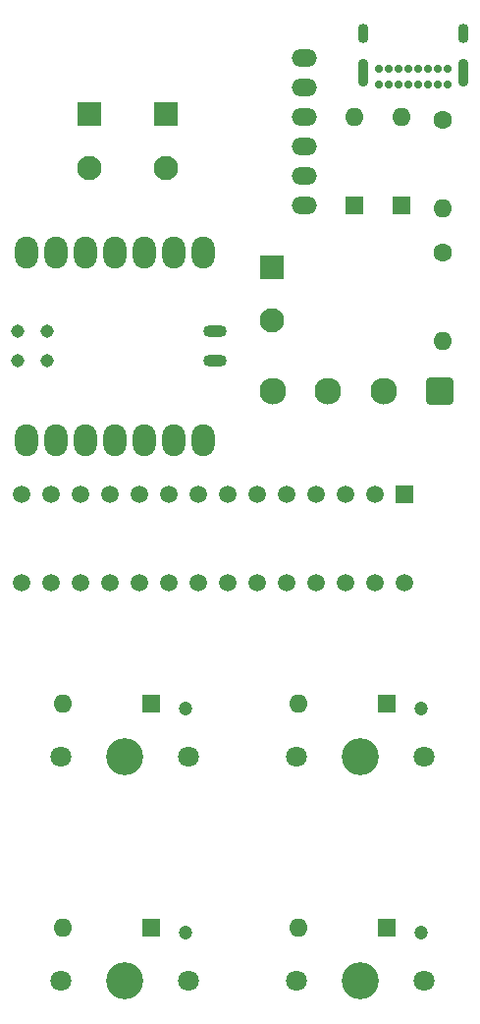
<source format=gbr>
%TF.GenerationSoftware,KiCad,Pcbnew,(6.0.1)*%
%TF.CreationDate,2022-02-25T19:27:25-05:00*%
%TF.ProjectId,InductorSchem,496e6475-6374-46f7-9253-6368656d2e6b,1*%
%TF.SameCoordinates,Original*%
%TF.FileFunction,Soldermask,Top*%
%TF.FilePolarity,Negative*%
%FSLAX46Y46*%
G04 Gerber Fmt 4.6, Leading zero omitted, Abs format (unit mm)*
G04 Created by KiCad (PCBNEW (6.0.1)) date 2022-02-25 19:27:25*
%MOMM*%
%LPD*%
G01*
G04 APERTURE LIST*
G04 Aperture macros list*
%AMRoundRect*
0 Rectangle with rounded corners*
0 $1 Rounding radius*
0 $2 $3 $4 $5 $6 $7 $8 $9 X,Y pos of 4 corners*
0 Add a 4 corners polygon primitive as box body*
4,1,4,$2,$3,$4,$5,$6,$7,$8,$9,$2,$3,0*
0 Add four circle primitives for the rounded corners*
1,1,$1+$1,$2,$3*
1,1,$1+$1,$4,$5*
1,1,$1+$1,$6,$7*
1,1,$1+$1,$8,$9*
0 Add four rect primitives between the rounded corners*
20,1,$1+$1,$2,$3,$4,$5,0*
20,1,$1+$1,$4,$5,$6,$7,0*
20,1,$1+$1,$6,$7,$8,$9,0*
20,1,$1+$1,$8,$9,$2,$3,0*%
G04 Aperture macros list end*
%ADD10R,1.498600X1.498600*%
%ADD11C,1.498600*%
%ADD12R,1.600000X1.600000*%
%ADD13O,1.600000X1.600000*%
%ADD14C,0.700000*%
%ADD15O,0.900000X2.400000*%
%ADD16O,0.900000X1.700000*%
%ADD17RoundRect,0.250001X-0.799999X0.799999X-0.799999X-0.799999X0.799999X-0.799999X0.799999X0.799999X0*%
%ADD18C,2.100000*%
%ADD19C,1.600000*%
%ADD20O,1.998980X2.748280*%
%ADD21O,2.032000X1.016000*%
%ADD22C,1.143000*%
%ADD23C,3.200000*%
%ADD24C,1.800000*%
%ADD25C,1.200000*%
%ADD26RoundRect,0.250001X0.899999X0.899999X-0.899999X0.899999X-0.899999X-0.899999X0.899999X-0.899999X0*%
%ADD27C,2.300000*%
%ADD28O,2.200000X1.500000*%
G04 APERTURE END LIST*
D10*
%TO.C,U3*%
X156718000Y-96266000D03*
D11*
X154178000Y-96266000D03*
X151638000Y-96266000D03*
X149098000Y-96266000D03*
X146558000Y-96266000D03*
X144018000Y-96266000D03*
X141478000Y-96266000D03*
X138938000Y-96266000D03*
X136398000Y-96266000D03*
X133858000Y-96266000D03*
X131318000Y-96266000D03*
X128778000Y-96266000D03*
X126238000Y-96266000D03*
X123698000Y-96266000D03*
X123698000Y-103886000D03*
X126238000Y-103886000D03*
X128778000Y-103886000D03*
X131318000Y-103886000D03*
X133858000Y-103886000D03*
X136398000Y-103886000D03*
X138938000Y-103886000D03*
X141478000Y-103886000D03*
X144018000Y-103886000D03*
X146558000Y-103886000D03*
X149098000Y-103886000D03*
X151638000Y-103886000D03*
X154178000Y-103886000D03*
X156718000Y-103886000D03*
%TD*%
D12*
%TO.C,D6*%
X155194000Y-133604000D03*
D13*
X147574000Y-133604000D03*
%TD*%
D12*
%TO.C,D5*%
X155194000Y-114300000D03*
D13*
X147574000Y-114300000D03*
%TD*%
D12*
%TO.C,D4*%
X134874000Y-133604000D03*
D13*
X127254000Y-133604000D03*
%TD*%
D12*
%TO.C,D3*%
X134874000Y-114300000D03*
D13*
X127254000Y-114300000D03*
%TD*%
D14*
%TO.C,J1*%
X160455000Y-60921000D03*
X159605000Y-60921000D03*
X158755000Y-60921000D03*
X157905000Y-60921000D03*
X157055000Y-60921000D03*
X156205000Y-60921000D03*
X155355000Y-60921000D03*
X154505000Y-60921000D03*
X154505000Y-59571000D03*
X155355000Y-59571000D03*
X156205000Y-59571000D03*
X157055000Y-59571000D03*
X157905000Y-59571000D03*
X158755000Y-59571000D03*
X159605000Y-59571000D03*
X160455000Y-59571000D03*
D15*
X153155000Y-59941000D03*
D16*
X153155000Y-56561000D03*
X161805000Y-56561000D03*
D15*
X161805000Y-59941000D03*
%TD*%
D13*
%TO.C,D1*%
X152400000Y-63754000D03*
D12*
X152400000Y-71374000D03*
%TD*%
D17*
%TO.C,J3*%
X129540000Y-63500000D03*
D18*
X129540000Y-68100000D03*
%TD*%
D19*
%TO.C,R2*%
X160020000Y-75438000D03*
D13*
X160020000Y-83058000D03*
%TD*%
D20*
%TO.C,U1*%
X124064490Y-91601290D03*
X126604490Y-91601290D03*
X129144490Y-91601290D03*
X131684490Y-91601290D03*
X134224490Y-91601290D03*
X136764490Y-91601290D03*
X139304490Y-91601290D03*
X139304490Y-75436730D03*
X136764490Y-75436730D03*
X134224490Y-75436730D03*
X131684490Y-75436730D03*
X129144490Y-75436730D03*
X126604490Y-75436730D03*
X124064490Y-75436730D03*
D21*
X140382310Y-84734410D03*
X140382310Y-82184410D03*
D22*
X123378123Y-84735607D03*
X123378123Y-82195607D03*
X125918123Y-84735607D03*
X125918123Y-82195607D03*
%TD*%
D13*
%TO.C,D2*%
X156464000Y-63754000D03*
D12*
X156464000Y-71374000D03*
%TD*%
D23*
%TO.C,SW4*%
X152908000Y-138176000D03*
D24*
X147408000Y-138176000D03*
X158408000Y-138176000D03*
D25*
X158128000Y-133976000D03*
%TD*%
D17*
%TO.C,J4*%
X145288000Y-76680000D03*
D18*
X145288000Y-81280000D03*
%TD*%
%TO.C,J2*%
X136144000Y-68100000D03*
D17*
X136144000Y-63500000D03*
%TD*%
D26*
%TO.C,J5*%
X159740000Y-87376000D03*
D27*
X154940000Y-87376000D03*
X150140000Y-87376000D03*
X145340000Y-87376000D03*
%TD*%
D25*
%TO.C,SW3*%
X137808000Y-133976000D03*
D23*
X132588000Y-138176000D03*
D24*
X138088000Y-138176000D03*
X127088000Y-138176000D03*
%TD*%
%TO.C,SW1*%
X127088000Y-118872000D03*
D23*
X132588000Y-118872000D03*
D25*
X137808000Y-114672000D03*
D24*
X138088000Y-118872000D03*
%TD*%
%TO.C,SW2*%
X147408000Y-118872000D03*
D25*
X158128000Y-114672000D03*
D23*
X152908000Y-118872000D03*
D24*
X158408000Y-118872000D03*
%TD*%
D28*
%TO.C,U2*%
X148094000Y-71376917D03*
X148094000Y-68836917D03*
X148094000Y-66296917D03*
X148094000Y-63756917D03*
X148094000Y-61216917D03*
X148094000Y-58676917D03*
%TD*%
D19*
%TO.C,R1*%
X160020000Y-64008000D03*
D13*
X160020000Y-71628000D03*
%TD*%
M02*

</source>
